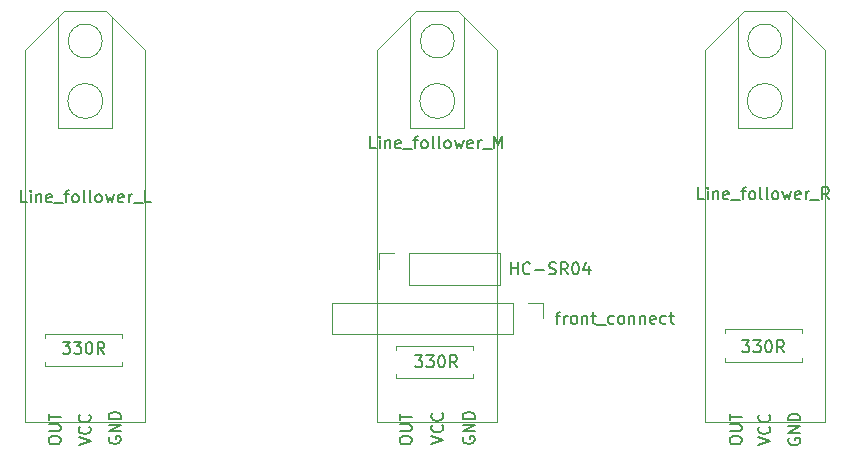
<source format=gbr>
G04 #@! TF.GenerationSoftware,KiCad,Pcbnew,5.1.5+dfsg1-2build2*
G04 #@! TF.CreationDate,2020-06-26T22:11:02+02:00*
G04 #@! TF.ProjectId,robo-car-front-shield,726f626f-2d63-4617-922d-66726f6e742d,rev?*
G04 #@! TF.SameCoordinates,Original*
G04 #@! TF.FileFunction,Legend,Top*
G04 #@! TF.FilePolarity,Positive*
%FSLAX46Y46*%
G04 Gerber Fmt 4.6, Leading zero omitted, Abs format (unit mm)*
G04 Created by KiCad (PCBNEW 5.1.5+dfsg1-2build2) date 2020-06-26 22:11:02*
%MOMM*%
%LPD*%
G04 APERTURE LIST*
%ADD10C,0.120000*%
%ADD11C,0.150000*%
G04 APERTURE END LIST*
D10*
X52083000Y-13350000D02*
X52083000Y-14680000D01*
X50753000Y-13350000D02*
X52083000Y-13350000D01*
X49483000Y-13350000D02*
X49483000Y-16010000D01*
X49483000Y-16010000D02*
X34183000Y-16010000D01*
X49483000Y-13350000D02*
X34183000Y-13350000D01*
X34183000Y-13350000D02*
X34183000Y-16010000D01*
X65739000Y-23443000D02*
X75899000Y-23443000D01*
X75899000Y-23443000D02*
X75899000Y8053000D01*
X65739000Y8053000D02*
X65739000Y-23443000D01*
X65739000Y8053000D02*
X69041000Y11355000D01*
X72597000Y11355000D02*
X75899000Y8053000D01*
X69041000Y11355000D02*
X72597000Y11355000D01*
X72597000Y11355000D02*
X72343000Y11355000D01*
X70819000Y1449000D02*
X68533000Y1449000D01*
X68533000Y1449000D02*
X68533000Y10593000D01*
X68533000Y10593000D02*
X68533000Y10847000D01*
X73105000Y10847000D02*
X73105000Y1449000D01*
X73105000Y1449000D02*
X70819000Y1449000D01*
X72300062Y3735000D02*
G75*
G03X72300062Y3735000I-1481062J0D01*
G01*
X72255841Y8815000D02*
G75*
G03X72255841Y8815000I-1436841J0D01*
G01*
X38016000Y-23443000D02*
X48176000Y-23443000D01*
X48176000Y-23443000D02*
X48176000Y8053000D01*
X38016000Y8053000D02*
X38016000Y-23443000D01*
X38016000Y8053000D02*
X41318000Y11355000D01*
X44874000Y11355000D02*
X48176000Y8053000D01*
X41318000Y11355000D02*
X44874000Y11355000D01*
X44874000Y11355000D02*
X44620000Y11355000D01*
X43096000Y1449000D02*
X40810000Y1449000D01*
X40810000Y1449000D02*
X40810000Y10593000D01*
X40810000Y10593000D02*
X40810000Y10847000D01*
X45382000Y10847000D02*
X45382000Y1449000D01*
X45382000Y1449000D02*
X43096000Y1449000D01*
X44577062Y3735000D02*
G75*
G03X44577062Y3735000I-1481062J0D01*
G01*
X44532841Y8815000D02*
G75*
G03X44532841Y8815000I-1436841J0D01*
G01*
X14724841Y8815000D02*
G75*
G03X14724841Y8815000I-1436841J0D01*
G01*
X14769062Y3735000D02*
G75*
G03X14769062Y3735000I-1481062J0D01*
G01*
X15574000Y1449000D02*
X13288000Y1449000D01*
X15574000Y10847000D02*
X15574000Y1449000D01*
X11002000Y10593000D02*
X11002000Y10847000D01*
X11002000Y1449000D02*
X11002000Y10593000D01*
X13288000Y1449000D02*
X11002000Y1449000D01*
X15066000Y11355000D02*
X14812000Y11355000D01*
X11510000Y11355000D02*
X15066000Y11355000D01*
X15066000Y11355000D02*
X18368000Y8053000D01*
X8208000Y8053000D02*
X11510000Y11355000D01*
X8208000Y8053000D02*
X8208000Y-23443000D01*
X18368000Y-23443000D02*
X18368000Y8053000D01*
X8208000Y-23443000D02*
X18368000Y-23443000D01*
X40720000Y-11819000D02*
X40720000Y-9159000D01*
X40720000Y-11819000D02*
X48400000Y-11819000D01*
X48400000Y-11819000D02*
X48400000Y-9159000D01*
X40720000Y-9159000D02*
X48400000Y-9159000D01*
X38120000Y-9159000D02*
X39450000Y-9159000D01*
X38120000Y-10489000D02*
X38120000Y-9159000D01*
X67422000Y-15926000D02*
X67422000Y-15596000D01*
X67422000Y-15596000D02*
X73962000Y-15596000D01*
X73962000Y-15596000D02*
X73962000Y-15926000D01*
X67422000Y-18006000D02*
X67422000Y-18336000D01*
X67422000Y-18336000D02*
X73962000Y-18336000D01*
X73962000Y-18336000D02*
X73962000Y-18006000D01*
X39609000Y-16993000D02*
X39609000Y-17323000D01*
X46149000Y-16993000D02*
X39609000Y-16993000D01*
X46149000Y-17323000D02*
X46149000Y-16993000D01*
X39609000Y-19733000D02*
X39609000Y-19403000D01*
X46149000Y-19733000D02*
X39609000Y-19733000D01*
X46149000Y-19403000D02*
X46149000Y-19733000D01*
X16431000Y-18387000D02*
X16431000Y-18717000D01*
X16431000Y-18717000D02*
X9891000Y-18717000D01*
X9891000Y-18717000D02*
X9891000Y-18387000D01*
X16431000Y-16307000D02*
X16431000Y-15977000D01*
X16431000Y-15977000D02*
X9891000Y-15977000D01*
X9891000Y-15977000D02*
X9891000Y-16307000D01*
D11*
X53119000Y-14465714D02*
X53499952Y-14465714D01*
X53261857Y-15132380D02*
X53261857Y-14275238D01*
X53309476Y-14180000D01*
X53404714Y-14132380D01*
X53499952Y-14132380D01*
X53833285Y-15132380D02*
X53833285Y-14465714D01*
X53833285Y-14656190D02*
X53880904Y-14560952D01*
X53928523Y-14513333D01*
X54023761Y-14465714D01*
X54119000Y-14465714D01*
X54595190Y-15132380D02*
X54499952Y-15084761D01*
X54452333Y-15037142D01*
X54404714Y-14941904D01*
X54404714Y-14656190D01*
X54452333Y-14560952D01*
X54499952Y-14513333D01*
X54595190Y-14465714D01*
X54738047Y-14465714D01*
X54833285Y-14513333D01*
X54880904Y-14560952D01*
X54928523Y-14656190D01*
X54928523Y-14941904D01*
X54880904Y-15037142D01*
X54833285Y-15084761D01*
X54738047Y-15132380D01*
X54595190Y-15132380D01*
X55357095Y-14465714D02*
X55357095Y-15132380D01*
X55357095Y-14560952D02*
X55404714Y-14513333D01*
X55499952Y-14465714D01*
X55642809Y-14465714D01*
X55738047Y-14513333D01*
X55785666Y-14608571D01*
X55785666Y-15132380D01*
X56119000Y-14465714D02*
X56499952Y-14465714D01*
X56261857Y-14132380D02*
X56261857Y-14989523D01*
X56309476Y-15084761D01*
X56404714Y-15132380D01*
X56499952Y-15132380D01*
X56595190Y-15227619D02*
X57357095Y-15227619D01*
X58023761Y-15084761D02*
X57928523Y-15132380D01*
X57738047Y-15132380D01*
X57642809Y-15084761D01*
X57595190Y-15037142D01*
X57547571Y-14941904D01*
X57547571Y-14656190D01*
X57595190Y-14560952D01*
X57642809Y-14513333D01*
X57738047Y-14465714D01*
X57928523Y-14465714D01*
X58023761Y-14513333D01*
X58595190Y-15132380D02*
X58499952Y-15084761D01*
X58452333Y-15037142D01*
X58404714Y-14941904D01*
X58404714Y-14656190D01*
X58452333Y-14560952D01*
X58499952Y-14513333D01*
X58595190Y-14465714D01*
X58738047Y-14465714D01*
X58833285Y-14513333D01*
X58880904Y-14560952D01*
X58928523Y-14656190D01*
X58928523Y-14941904D01*
X58880904Y-15037142D01*
X58833285Y-15084761D01*
X58738047Y-15132380D01*
X58595190Y-15132380D01*
X59357095Y-14465714D02*
X59357095Y-15132380D01*
X59357095Y-14560952D02*
X59404714Y-14513333D01*
X59499952Y-14465714D01*
X59642809Y-14465714D01*
X59738047Y-14513333D01*
X59785666Y-14608571D01*
X59785666Y-15132380D01*
X60261857Y-14465714D02*
X60261857Y-15132380D01*
X60261857Y-14560952D02*
X60309476Y-14513333D01*
X60404714Y-14465714D01*
X60547571Y-14465714D01*
X60642809Y-14513333D01*
X60690428Y-14608571D01*
X60690428Y-15132380D01*
X61547571Y-15084761D02*
X61452333Y-15132380D01*
X61261857Y-15132380D01*
X61166619Y-15084761D01*
X61119000Y-14989523D01*
X61119000Y-14608571D01*
X61166619Y-14513333D01*
X61261857Y-14465714D01*
X61452333Y-14465714D01*
X61547571Y-14513333D01*
X61595190Y-14608571D01*
X61595190Y-14703809D01*
X61119000Y-14799047D01*
X62452333Y-15084761D02*
X62357095Y-15132380D01*
X62166619Y-15132380D01*
X62071380Y-15084761D01*
X62023761Y-15037142D01*
X61976142Y-14941904D01*
X61976142Y-14656190D01*
X62023761Y-14560952D01*
X62071380Y-14513333D01*
X62166619Y-14465714D01*
X62357095Y-14465714D01*
X62452333Y-14513333D01*
X62738047Y-14465714D02*
X63119000Y-14465714D01*
X62880904Y-14132380D02*
X62880904Y-14989523D01*
X62928523Y-15084761D01*
X63023761Y-15132380D01*
X63119000Y-15132380D01*
X65644380Y-4591380D02*
X65168190Y-4591380D01*
X65168190Y-3591380D01*
X65977714Y-4591380D02*
X65977714Y-3924714D01*
X65977714Y-3591380D02*
X65930095Y-3639000D01*
X65977714Y-3686619D01*
X66025333Y-3639000D01*
X65977714Y-3591380D01*
X65977714Y-3686619D01*
X66453904Y-3924714D02*
X66453904Y-4591380D01*
X66453904Y-4019952D02*
X66501523Y-3972333D01*
X66596761Y-3924714D01*
X66739619Y-3924714D01*
X66834857Y-3972333D01*
X66882476Y-4067571D01*
X66882476Y-4591380D01*
X67739619Y-4543761D02*
X67644380Y-4591380D01*
X67453904Y-4591380D01*
X67358666Y-4543761D01*
X67311047Y-4448523D01*
X67311047Y-4067571D01*
X67358666Y-3972333D01*
X67453904Y-3924714D01*
X67644380Y-3924714D01*
X67739619Y-3972333D01*
X67787238Y-4067571D01*
X67787238Y-4162809D01*
X67311047Y-4258047D01*
X67977714Y-4686619D02*
X68739619Y-4686619D01*
X68834857Y-3924714D02*
X69215809Y-3924714D01*
X68977714Y-4591380D02*
X68977714Y-3734238D01*
X69025333Y-3639000D01*
X69120571Y-3591380D01*
X69215809Y-3591380D01*
X69692000Y-4591380D02*
X69596761Y-4543761D01*
X69549142Y-4496142D01*
X69501523Y-4400904D01*
X69501523Y-4115190D01*
X69549142Y-4019952D01*
X69596761Y-3972333D01*
X69692000Y-3924714D01*
X69834857Y-3924714D01*
X69930095Y-3972333D01*
X69977714Y-4019952D01*
X70025333Y-4115190D01*
X70025333Y-4400904D01*
X69977714Y-4496142D01*
X69930095Y-4543761D01*
X69834857Y-4591380D01*
X69692000Y-4591380D01*
X70596761Y-4591380D02*
X70501523Y-4543761D01*
X70453904Y-4448523D01*
X70453904Y-3591380D01*
X71120571Y-4591380D02*
X71025333Y-4543761D01*
X70977714Y-4448523D01*
X70977714Y-3591380D01*
X71644380Y-4591380D02*
X71549142Y-4543761D01*
X71501523Y-4496142D01*
X71453904Y-4400904D01*
X71453904Y-4115190D01*
X71501523Y-4019952D01*
X71549142Y-3972333D01*
X71644380Y-3924714D01*
X71787238Y-3924714D01*
X71882476Y-3972333D01*
X71930095Y-4019952D01*
X71977714Y-4115190D01*
X71977714Y-4400904D01*
X71930095Y-4496142D01*
X71882476Y-4543761D01*
X71787238Y-4591380D01*
X71644380Y-4591380D01*
X72311047Y-3924714D02*
X72501523Y-4591380D01*
X72692000Y-4115190D01*
X72882476Y-4591380D01*
X73072952Y-3924714D01*
X73834857Y-4543761D02*
X73739619Y-4591380D01*
X73549142Y-4591380D01*
X73453904Y-4543761D01*
X73406285Y-4448523D01*
X73406285Y-4067571D01*
X73453904Y-3972333D01*
X73549142Y-3924714D01*
X73739619Y-3924714D01*
X73834857Y-3972333D01*
X73882476Y-4067571D01*
X73882476Y-4162809D01*
X73406285Y-4258047D01*
X74311047Y-4591380D02*
X74311047Y-3924714D01*
X74311047Y-4115190D02*
X74358666Y-4019952D01*
X74406285Y-3972333D01*
X74501523Y-3924714D01*
X74596761Y-3924714D01*
X74692000Y-4686619D02*
X75453904Y-4686619D01*
X76263428Y-4591380D02*
X75930095Y-4115190D01*
X75692000Y-4591380D02*
X75692000Y-3591380D01*
X76072952Y-3591380D01*
X76168190Y-3639000D01*
X76215809Y-3686619D01*
X76263428Y-3781857D01*
X76263428Y-3924714D01*
X76215809Y-4019952D01*
X76168190Y-4067571D01*
X76072952Y-4115190D01*
X75692000Y-4115190D01*
X70271380Y-25411333D02*
X71271380Y-25078000D01*
X70271380Y-24744666D01*
X71176142Y-23839904D02*
X71223761Y-23887523D01*
X71271380Y-24030380D01*
X71271380Y-24125619D01*
X71223761Y-24268476D01*
X71128523Y-24363714D01*
X71033285Y-24411333D01*
X70842809Y-24458952D01*
X70699952Y-24458952D01*
X70509476Y-24411333D01*
X70414238Y-24363714D01*
X70319000Y-24268476D01*
X70271380Y-24125619D01*
X70271380Y-24030380D01*
X70319000Y-23887523D01*
X70366619Y-23839904D01*
X71176142Y-22839904D02*
X71223761Y-22887523D01*
X71271380Y-23030380D01*
X71271380Y-23125619D01*
X71223761Y-23268476D01*
X71128523Y-23363714D01*
X71033285Y-23411333D01*
X70842809Y-23458952D01*
X70699952Y-23458952D01*
X70509476Y-23411333D01*
X70414238Y-23363714D01*
X70319000Y-23268476D01*
X70271380Y-23125619D01*
X70271380Y-23030380D01*
X70319000Y-22887523D01*
X70366619Y-22839904D01*
X67858380Y-25078000D02*
X67858380Y-24887523D01*
X67906000Y-24792285D01*
X68001238Y-24697047D01*
X68191714Y-24649428D01*
X68525047Y-24649428D01*
X68715523Y-24697047D01*
X68810761Y-24792285D01*
X68858380Y-24887523D01*
X68858380Y-25078000D01*
X68810761Y-25173238D01*
X68715523Y-25268476D01*
X68525047Y-25316095D01*
X68191714Y-25316095D01*
X68001238Y-25268476D01*
X67906000Y-25173238D01*
X67858380Y-25078000D01*
X67858380Y-24220857D02*
X68667904Y-24220857D01*
X68763142Y-24173238D01*
X68810761Y-24125619D01*
X68858380Y-24030380D01*
X68858380Y-23839904D01*
X68810761Y-23744666D01*
X68763142Y-23697047D01*
X68667904Y-23649428D01*
X67858380Y-23649428D01*
X67858380Y-23316095D02*
X67858380Y-22744666D01*
X68858380Y-23030380D02*
X67858380Y-23030380D01*
X72859000Y-24839904D02*
X72811380Y-24935142D01*
X72811380Y-25078000D01*
X72859000Y-25220857D01*
X72954238Y-25316095D01*
X73049476Y-25363714D01*
X73239952Y-25411333D01*
X73382809Y-25411333D01*
X73573285Y-25363714D01*
X73668523Y-25316095D01*
X73763761Y-25220857D01*
X73811380Y-25078000D01*
X73811380Y-24982761D01*
X73763761Y-24839904D01*
X73716142Y-24792285D01*
X73382809Y-24792285D01*
X73382809Y-24982761D01*
X73811380Y-24363714D02*
X72811380Y-24363714D01*
X73811380Y-23792285D01*
X72811380Y-23792285D01*
X73811380Y-23316095D02*
X72811380Y-23316095D01*
X72811380Y-23078000D01*
X72859000Y-22935142D01*
X72954238Y-22839904D01*
X73049476Y-22792285D01*
X73239952Y-22744666D01*
X73382809Y-22744666D01*
X73573285Y-22792285D01*
X73668523Y-22839904D01*
X73763761Y-22935142D01*
X73811380Y-23078000D01*
X73811380Y-23316095D01*
X37886952Y-273380D02*
X37410761Y-273380D01*
X37410761Y726619D01*
X38220285Y-273380D02*
X38220285Y393285D01*
X38220285Y726619D02*
X38172666Y679000D01*
X38220285Y631380D01*
X38267904Y679000D01*
X38220285Y726619D01*
X38220285Y631380D01*
X38696476Y393285D02*
X38696476Y-273380D01*
X38696476Y298047D02*
X38744095Y345666D01*
X38839333Y393285D01*
X38982190Y393285D01*
X39077428Y345666D01*
X39125047Y250428D01*
X39125047Y-273380D01*
X39982190Y-225761D02*
X39886952Y-273380D01*
X39696476Y-273380D01*
X39601238Y-225761D01*
X39553619Y-130523D01*
X39553619Y250428D01*
X39601238Y345666D01*
X39696476Y393285D01*
X39886952Y393285D01*
X39982190Y345666D01*
X40029809Y250428D01*
X40029809Y155190D01*
X39553619Y59952D01*
X40220285Y-368619D02*
X40982190Y-368619D01*
X41077428Y393285D02*
X41458380Y393285D01*
X41220285Y-273380D02*
X41220285Y583761D01*
X41267904Y679000D01*
X41363142Y726619D01*
X41458380Y726619D01*
X41934571Y-273380D02*
X41839333Y-225761D01*
X41791714Y-178142D01*
X41744095Y-82904D01*
X41744095Y202809D01*
X41791714Y298047D01*
X41839333Y345666D01*
X41934571Y393285D01*
X42077428Y393285D01*
X42172666Y345666D01*
X42220285Y298047D01*
X42267904Y202809D01*
X42267904Y-82904D01*
X42220285Y-178142D01*
X42172666Y-225761D01*
X42077428Y-273380D01*
X41934571Y-273380D01*
X42839333Y-273380D02*
X42744095Y-225761D01*
X42696476Y-130523D01*
X42696476Y726619D01*
X43363142Y-273380D02*
X43267904Y-225761D01*
X43220285Y-130523D01*
X43220285Y726619D01*
X43886952Y-273380D02*
X43791714Y-225761D01*
X43744095Y-178142D01*
X43696476Y-82904D01*
X43696476Y202809D01*
X43744095Y298047D01*
X43791714Y345666D01*
X43886952Y393285D01*
X44029809Y393285D01*
X44125047Y345666D01*
X44172666Y298047D01*
X44220285Y202809D01*
X44220285Y-82904D01*
X44172666Y-178142D01*
X44125047Y-225761D01*
X44029809Y-273380D01*
X43886952Y-273380D01*
X44553619Y393285D02*
X44744095Y-273380D01*
X44934571Y202809D01*
X45125047Y-273380D01*
X45315523Y393285D01*
X46077428Y-225761D02*
X45982190Y-273380D01*
X45791714Y-273380D01*
X45696476Y-225761D01*
X45648857Y-130523D01*
X45648857Y250428D01*
X45696476Y345666D01*
X45791714Y393285D01*
X45982190Y393285D01*
X46077428Y345666D01*
X46125047Y250428D01*
X46125047Y155190D01*
X45648857Y59952D01*
X46553619Y-273380D02*
X46553619Y393285D01*
X46553619Y202809D02*
X46601238Y298047D01*
X46648857Y345666D01*
X46744095Y393285D01*
X46839333Y393285D01*
X46934571Y-368619D02*
X47696476Y-368619D01*
X47934571Y-273380D02*
X47934571Y726619D01*
X48267904Y12333D01*
X48601238Y726619D01*
X48601238Y-273380D01*
X42585380Y-25284333D02*
X43585380Y-24951000D01*
X42585380Y-24617666D01*
X43490142Y-23712904D02*
X43537761Y-23760523D01*
X43585380Y-23903380D01*
X43585380Y-23998619D01*
X43537761Y-24141476D01*
X43442523Y-24236714D01*
X43347285Y-24284333D01*
X43156809Y-24331952D01*
X43013952Y-24331952D01*
X42823476Y-24284333D01*
X42728238Y-24236714D01*
X42633000Y-24141476D01*
X42585380Y-23998619D01*
X42585380Y-23903380D01*
X42633000Y-23760523D01*
X42680619Y-23712904D01*
X43490142Y-22712904D02*
X43537761Y-22760523D01*
X43585380Y-22903380D01*
X43585380Y-22998619D01*
X43537761Y-23141476D01*
X43442523Y-23236714D01*
X43347285Y-23284333D01*
X43156809Y-23331952D01*
X43013952Y-23331952D01*
X42823476Y-23284333D01*
X42728238Y-23236714D01*
X42633000Y-23141476D01*
X42585380Y-22998619D01*
X42585380Y-22903380D01*
X42633000Y-22760523D01*
X42680619Y-22712904D01*
X39918380Y-25078000D02*
X39918380Y-24887523D01*
X39966000Y-24792285D01*
X40061238Y-24697047D01*
X40251714Y-24649428D01*
X40585047Y-24649428D01*
X40775523Y-24697047D01*
X40870761Y-24792285D01*
X40918380Y-24887523D01*
X40918380Y-25078000D01*
X40870761Y-25173238D01*
X40775523Y-25268476D01*
X40585047Y-25316095D01*
X40251714Y-25316095D01*
X40061238Y-25268476D01*
X39966000Y-25173238D01*
X39918380Y-25078000D01*
X39918380Y-24220857D02*
X40727904Y-24220857D01*
X40823142Y-24173238D01*
X40870761Y-24125619D01*
X40918380Y-24030380D01*
X40918380Y-23839904D01*
X40870761Y-23744666D01*
X40823142Y-23697047D01*
X40727904Y-23649428D01*
X39918380Y-23649428D01*
X39918380Y-23316095D02*
X39918380Y-22744666D01*
X40918380Y-23030380D02*
X39918380Y-23030380D01*
X45300000Y-24712904D02*
X45252380Y-24808142D01*
X45252380Y-24951000D01*
X45300000Y-25093857D01*
X45395238Y-25189095D01*
X45490476Y-25236714D01*
X45680952Y-25284333D01*
X45823809Y-25284333D01*
X46014285Y-25236714D01*
X46109523Y-25189095D01*
X46204761Y-25093857D01*
X46252380Y-24951000D01*
X46252380Y-24855761D01*
X46204761Y-24712904D01*
X46157142Y-24665285D01*
X45823809Y-24665285D01*
X45823809Y-24855761D01*
X46252380Y-24236714D02*
X45252380Y-24236714D01*
X46252380Y-23665285D01*
X45252380Y-23665285D01*
X46252380Y-23189095D02*
X45252380Y-23189095D01*
X45252380Y-22951000D01*
X45300000Y-22808142D01*
X45395238Y-22712904D01*
X45490476Y-22665285D01*
X45680952Y-22617666D01*
X45823809Y-22617666D01*
X46014285Y-22665285D01*
X46109523Y-22712904D01*
X46204761Y-22808142D01*
X46252380Y-22951000D01*
X46252380Y-23189095D01*
X8335619Y-4845380D02*
X7859428Y-4845380D01*
X7859428Y-3845380D01*
X8668952Y-4845380D02*
X8668952Y-4178714D01*
X8668952Y-3845380D02*
X8621333Y-3893000D01*
X8668952Y-3940619D01*
X8716571Y-3893000D01*
X8668952Y-3845380D01*
X8668952Y-3940619D01*
X9145142Y-4178714D02*
X9145142Y-4845380D01*
X9145142Y-4273952D02*
X9192761Y-4226333D01*
X9288000Y-4178714D01*
X9430857Y-4178714D01*
X9526095Y-4226333D01*
X9573714Y-4321571D01*
X9573714Y-4845380D01*
X10430857Y-4797761D02*
X10335619Y-4845380D01*
X10145142Y-4845380D01*
X10049904Y-4797761D01*
X10002285Y-4702523D01*
X10002285Y-4321571D01*
X10049904Y-4226333D01*
X10145142Y-4178714D01*
X10335619Y-4178714D01*
X10430857Y-4226333D01*
X10478476Y-4321571D01*
X10478476Y-4416809D01*
X10002285Y-4512047D01*
X10668952Y-4940619D02*
X11430857Y-4940619D01*
X11526095Y-4178714D02*
X11907047Y-4178714D01*
X11668952Y-4845380D02*
X11668952Y-3988238D01*
X11716571Y-3893000D01*
X11811809Y-3845380D01*
X11907047Y-3845380D01*
X12383238Y-4845380D02*
X12288000Y-4797761D01*
X12240380Y-4750142D01*
X12192761Y-4654904D01*
X12192761Y-4369190D01*
X12240380Y-4273952D01*
X12288000Y-4226333D01*
X12383238Y-4178714D01*
X12526095Y-4178714D01*
X12621333Y-4226333D01*
X12668952Y-4273952D01*
X12716571Y-4369190D01*
X12716571Y-4654904D01*
X12668952Y-4750142D01*
X12621333Y-4797761D01*
X12526095Y-4845380D01*
X12383238Y-4845380D01*
X13288000Y-4845380D02*
X13192761Y-4797761D01*
X13145142Y-4702523D01*
X13145142Y-3845380D01*
X13811809Y-4845380D02*
X13716571Y-4797761D01*
X13668952Y-4702523D01*
X13668952Y-3845380D01*
X14335619Y-4845380D02*
X14240380Y-4797761D01*
X14192761Y-4750142D01*
X14145142Y-4654904D01*
X14145142Y-4369190D01*
X14192761Y-4273952D01*
X14240380Y-4226333D01*
X14335619Y-4178714D01*
X14478476Y-4178714D01*
X14573714Y-4226333D01*
X14621333Y-4273952D01*
X14668952Y-4369190D01*
X14668952Y-4654904D01*
X14621333Y-4750142D01*
X14573714Y-4797761D01*
X14478476Y-4845380D01*
X14335619Y-4845380D01*
X15002285Y-4178714D02*
X15192761Y-4845380D01*
X15383238Y-4369190D01*
X15573714Y-4845380D01*
X15764190Y-4178714D01*
X16526095Y-4797761D02*
X16430857Y-4845380D01*
X16240380Y-4845380D01*
X16145142Y-4797761D01*
X16097523Y-4702523D01*
X16097523Y-4321571D01*
X16145142Y-4226333D01*
X16240380Y-4178714D01*
X16430857Y-4178714D01*
X16526095Y-4226333D01*
X16573714Y-4321571D01*
X16573714Y-4416809D01*
X16097523Y-4512047D01*
X17002285Y-4845380D02*
X17002285Y-4178714D01*
X17002285Y-4369190D02*
X17049904Y-4273952D01*
X17097523Y-4226333D01*
X17192761Y-4178714D01*
X17288000Y-4178714D01*
X17383238Y-4940619D02*
X18145142Y-4940619D01*
X18859428Y-4845380D02*
X18383238Y-4845380D01*
X18383238Y-3845380D01*
X15328000Y-24712904D02*
X15280380Y-24808142D01*
X15280380Y-24951000D01*
X15328000Y-25093857D01*
X15423238Y-25189095D01*
X15518476Y-25236714D01*
X15708952Y-25284333D01*
X15851809Y-25284333D01*
X16042285Y-25236714D01*
X16137523Y-25189095D01*
X16232761Y-25093857D01*
X16280380Y-24951000D01*
X16280380Y-24855761D01*
X16232761Y-24712904D01*
X16185142Y-24665285D01*
X15851809Y-24665285D01*
X15851809Y-24855761D01*
X16280380Y-24236714D02*
X15280380Y-24236714D01*
X16280380Y-23665285D01*
X15280380Y-23665285D01*
X16280380Y-23189095D02*
X15280380Y-23189095D01*
X15280380Y-22951000D01*
X15328000Y-22808142D01*
X15423238Y-22712904D01*
X15518476Y-22665285D01*
X15708952Y-22617666D01*
X15851809Y-22617666D01*
X16042285Y-22665285D01*
X16137523Y-22712904D01*
X16232761Y-22808142D01*
X16280380Y-22951000D01*
X16280380Y-23189095D01*
X10200380Y-25078000D02*
X10200380Y-24887523D01*
X10248000Y-24792285D01*
X10343238Y-24697047D01*
X10533714Y-24649428D01*
X10867047Y-24649428D01*
X11057523Y-24697047D01*
X11152761Y-24792285D01*
X11200380Y-24887523D01*
X11200380Y-25078000D01*
X11152761Y-25173238D01*
X11057523Y-25268476D01*
X10867047Y-25316095D01*
X10533714Y-25316095D01*
X10343238Y-25268476D01*
X10248000Y-25173238D01*
X10200380Y-25078000D01*
X10200380Y-24220857D02*
X11009904Y-24220857D01*
X11105142Y-24173238D01*
X11152761Y-24125619D01*
X11200380Y-24030380D01*
X11200380Y-23839904D01*
X11152761Y-23744666D01*
X11105142Y-23697047D01*
X11009904Y-23649428D01*
X10200380Y-23649428D01*
X10200380Y-23316095D02*
X10200380Y-22744666D01*
X11200380Y-23030380D02*
X10200380Y-23030380D01*
X12740380Y-25411333D02*
X13740380Y-25078000D01*
X12740380Y-24744666D01*
X13645142Y-23839904D02*
X13692761Y-23887523D01*
X13740380Y-24030380D01*
X13740380Y-24125619D01*
X13692761Y-24268476D01*
X13597523Y-24363714D01*
X13502285Y-24411333D01*
X13311809Y-24458952D01*
X13168952Y-24458952D01*
X12978476Y-24411333D01*
X12883238Y-24363714D01*
X12788000Y-24268476D01*
X12740380Y-24125619D01*
X12740380Y-24030380D01*
X12788000Y-23887523D01*
X12835619Y-23839904D01*
X13645142Y-22839904D02*
X13692761Y-22887523D01*
X13740380Y-23030380D01*
X13740380Y-23125619D01*
X13692761Y-23268476D01*
X13597523Y-23363714D01*
X13502285Y-23411333D01*
X13311809Y-23458952D01*
X13168952Y-23458952D01*
X12978476Y-23411333D01*
X12883238Y-23363714D01*
X12788000Y-23268476D01*
X12740380Y-23125619D01*
X12740380Y-23030380D01*
X12788000Y-22887523D01*
X12835619Y-22839904D01*
X49324666Y-10941380D02*
X49324666Y-9941380D01*
X49324666Y-10417571D02*
X49896095Y-10417571D01*
X49896095Y-10941380D02*
X49896095Y-9941380D01*
X50943714Y-10846142D02*
X50896095Y-10893761D01*
X50753238Y-10941380D01*
X50658000Y-10941380D01*
X50515142Y-10893761D01*
X50419904Y-10798523D01*
X50372285Y-10703285D01*
X50324666Y-10512809D01*
X50324666Y-10369952D01*
X50372285Y-10179476D01*
X50419904Y-10084238D01*
X50515142Y-9989000D01*
X50658000Y-9941380D01*
X50753238Y-9941380D01*
X50896095Y-9989000D01*
X50943714Y-10036619D01*
X51372285Y-10560428D02*
X52134190Y-10560428D01*
X52562761Y-10893761D02*
X52705619Y-10941380D01*
X52943714Y-10941380D01*
X53038952Y-10893761D01*
X53086571Y-10846142D01*
X53134190Y-10750904D01*
X53134190Y-10655666D01*
X53086571Y-10560428D01*
X53038952Y-10512809D01*
X52943714Y-10465190D01*
X52753238Y-10417571D01*
X52658000Y-10369952D01*
X52610380Y-10322333D01*
X52562761Y-10227095D01*
X52562761Y-10131857D01*
X52610380Y-10036619D01*
X52658000Y-9989000D01*
X52753238Y-9941380D01*
X52991333Y-9941380D01*
X53134190Y-9989000D01*
X54134190Y-10941380D02*
X53800857Y-10465190D01*
X53562761Y-10941380D02*
X53562761Y-9941380D01*
X53943714Y-9941380D01*
X54038952Y-9989000D01*
X54086571Y-10036619D01*
X54134190Y-10131857D01*
X54134190Y-10274714D01*
X54086571Y-10369952D01*
X54038952Y-10417571D01*
X53943714Y-10465190D01*
X53562761Y-10465190D01*
X54753238Y-9941380D02*
X54848476Y-9941380D01*
X54943714Y-9989000D01*
X54991333Y-10036619D01*
X55038952Y-10131857D01*
X55086571Y-10322333D01*
X55086571Y-10560428D01*
X55038952Y-10750904D01*
X54991333Y-10846142D01*
X54943714Y-10893761D01*
X54848476Y-10941380D01*
X54753238Y-10941380D01*
X54658000Y-10893761D01*
X54610380Y-10846142D01*
X54562761Y-10750904D01*
X54515142Y-10560428D01*
X54515142Y-10322333D01*
X54562761Y-10131857D01*
X54610380Y-10036619D01*
X54658000Y-9989000D01*
X54753238Y-9941380D01*
X55943714Y-10274714D02*
X55943714Y-10941380D01*
X55705619Y-9893761D02*
X55467523Y-10608047D01*
X56086571Y-10608047D01*
X68906285Y-16545380D02*
X69525333Y-16545380D01*
X69192000Y-16926333D01*
X69334857Y-16926333D01*
X69430095Y-16973952D01*
X69477714Y-17021571D01*
X69525333Y-17116809D01*
X69525333Y-17354904D01*
X69477714Y-17450142D01*
X69430095Y-17497761D01*
X69334857Y-17545380D01*
X69049142Y-17545380D01*
X68953904Y-17497761D01*
X68906285Y-17450142D01*
X69858666Y-16545380D02*
X70477714Y-16545380D01*
X70144380Y-16926333D01*
X70287238Y-16926333D01*
X70382476Y-16973952D01*
X70430095Y-17021571D01*
X70477714Y-17116809D01*
X70477714Y-17354904D01*
X70430095Y-17450142D01*
X70382476Y-17497761D01*
X70287238Y-17545380D01*
X70001523Y-17545380D01*
X69906285Y-17497761D01*
X69858666Y-17450142D01*
X71096761Y-16545380D02*
X71192000Y-16545380D01*
X71287238Y-16593000D01*
X71334857Y-16640619D01*
X71382476Y-16735857D01*
X71430095Y-16926333D01*
X71430095Y-17164428D01*
X71382476Y-17354904D01*
X71334857Y-17450142D01*
X71287238Y-17497761D01*
X71192000Y-17545380D01*
X71096761Y-17545380D01*
X71001523Y-17497761D01*
X70953904Y-17450142D01*
X70906285Y-17354904D01*
X70858666Y-17164428D01*
X70858666Y-16926333D01*
X70906285Y-16735857D01*
X70953904Y-16640619D01*
X71001523Y-16593000D01*
X71096761Y-16545380D01*
X72430095Y-17545380D02*
X72096761Y-17069190D01*
X71858666Y-17545380D02*
X71858666Y-16545380D01*
X72239619Y-16545380D01*
X72334857Y-16593000D01*
X72382476Y-16640619D01*
X72430095Y-16735857D01*
X72430095Y-16878714D01*
X72382476Y-16973952D01*
X72334857Y-17021571D01*
X72239619Y-17069190D01*
X71858666Y-17069190D01*
X41220285Y-17815380D02*
X41839333Y-17815380D01*
X41506000Y-18196333D01*
X41648857Y-18196333D01*
X41744095Y-18243952D01*
X41791714Y-18291571D01*
X41839333Y-18386809D01*
X41839333Y-18624904D01*
X41791714Y-18720142D01*
X41744095Y-18767761D01*
X41648857Y-18815380D01*
X41363142Y-18815380D01*
X41267904Y-18767761D01*
X41220285Y-18720142D01*
X42172666Y-17815380D02*
X42791714Y-17815380D01*
X42458380Y-18196333D01*
X42601238Y-18196333D01*
X42696476Y-18243952D01*
X42744095Y-18291571D01*
X42791714Y-18386809D01*
X42791714Y-18624904D01*
X42744095Y-18720142D01*
X42696476Y-18767761D01*
X42601238Y-18815380D01*
X42315523Y-18815380D01*
X42220285Y-18767761D01*
X42172666Y-18720142D01*
X43410761Y-17815380D02*
X43506000Y-17815380D01*
X43601238Y-17863000D01*
X43648857Y-17910619D01*
X43696476Y-18005857D01*
X43744095Y-18196333D01*
X43744095Y-18434428D01*
X43696476Y-18624904D01*
X43648857Y-18720142D01*
X43601238Y-18767761D01*
X43506000Y-18815380D01*
X43410761Y-18815380D01*
X43315523Y-18767761D01*
X43267904Y-18720142D01*
X43220285Y-18624904D01*
X43172666Y-18434428D01*
X43172666Y-18196333D01*
X43220285Y-18005857D01*
X43267904Y-17910619D01*
X43315523Y-17863000D01*
X43410761Y-17815380D01*
X44744095Y-18815380D02*
X44410761Y-18339190D01*
X44172666Y-18815380D02*
X44172666Y-17815380D01*
X44553619Y-17815380D01*
X44648857Y-17863000D01*
X44696476Y-17910619D01*
X44744095Y-18005857D01*
X44744095Y-18148714D01*
X44696476Y-18243952D01*
X44648857Y-18291571D01*
X44553619Y-18339190D01*
X44172666Y-18339190D01*
X11375285Y-16672380D02*
X11994333Y-16672380D01*
X11661000Y-17053333D01*
X11803857Y-17053333D01*
X11899095Y-17100952D01*
X11946714Y-17148571D01*
X11994333Y-17243809D01*
X11994333Y-17481904D01*
X11946714Y-17577142D01*
X11899095Y-17624761D01*
X11803857Y-17672380D01*
X11518142Y-17672380D01*
X11422904Y-17624761D01*
X11375285Y-17577142D01*
X12327666Y-16672380D02*
X12946714Y-16672380D01*
X12613380Y-17053333D01*
X12756238Y-17053333D01*
X12851476Y-17100952D01*
X12899095Y-17148571D01*
X12946714Y-17243809D01*
X12946714Y-17481904D01*
X12899095Y-17577142D01*
X12851476Y-17624761D01*
X12756238Y-17672380D01*
X12470523Y-17672380D01*
X12375285Y-17624761D01*
X12327666Y-17577142D01*
X13565761Y-16672380D02*
X13661000Y-16672380D01*
X13756238Y-16720000D01*
X13803857Y-16767619D01*
X13851476Y-16862857D01*
X13899095Y-17053333D01*
X13899095Y-17291428D01*
X13851476Y-17481904D01*
X13803857Y-17577142D01*
X13756238Y-17624761D01*
X13661000Y-17672380D01*
X13565761Y-17672380D01*
X13470523Y-17624761D01*
X13422904Y-17577142D01*
X13375285Y-17481904D01*
X13327666Y-17291428D01*
X13327666Y-17053333D01*
X13375285Y-16862857D01*
X13422904Y-16767619D01*
X13470523Y-16720000D01*
X13565761Y-16672380D01*
X14899095Y-17672380D02*
X14565761Y-17196190D01*
X14327666Y-17672380D02*
X14327666Y-16672380D01*
X14708619Y-16672380D01*
X14803857Y-16720000D01*
X14851476Y-16767619D01*
X14899095Y-16862857D01*
X14899095Y-17005714D01*
X14851476Y-17100952D01*
X14803857Y-17148571D01*
X14708619Y-17196190D01*
X14327666Y-17196190D01*
M02*

</source>
